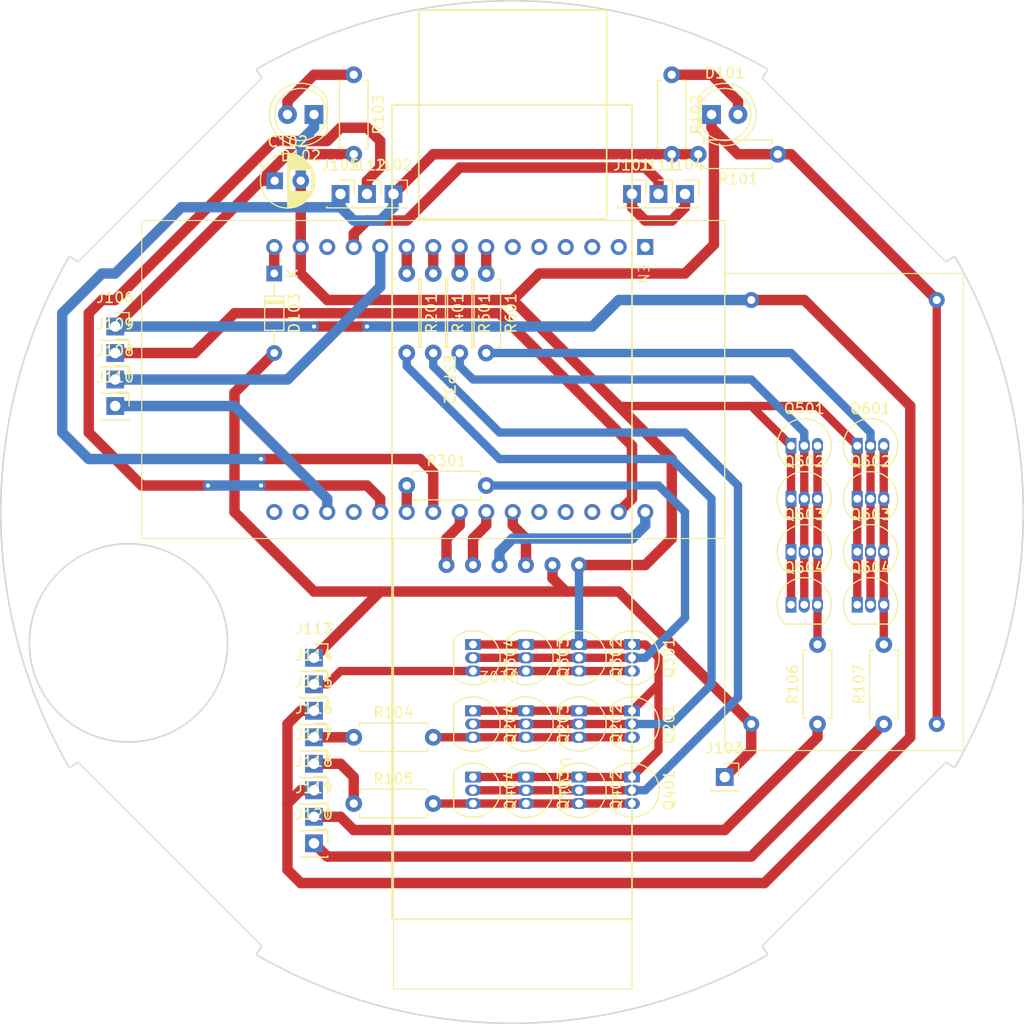
<source format=kicad_pcb>
(kicad_pcb (version 20221018) (generator pcbnew)
  (layers (0 "F.Cu" signal) (31 "B.Cu" signal) (34 "B.Paste" user) (35 "F.Paste" user) (36 "B.SilkS" user "B.Silkscreen") (37 "F.SilkS" user "F.Silkscreen") (38 "B.Mask" user) (39 "F.Mask" user) (44 "Edge.Cuts" user))
  (net 0 "")
  (net 1 "5V")
  (net 2 "GND")
  (net 3 "3.3V")
  (net 4 "Net-(D101-A)")
  (net 5 "Net-(D102-A)")
  (net 6 "Net-(D103-K)")
  (net 7 "Net-(J101-Pin_1)")
  (net 8 "Battery_In")
  (net 9 "Net-(J108-Pin_1)")
  (net 10 "Net-(J109-Pin_1)")
  (net 11 "Net-(J110-Pin_1)")
  (net 12 "CAPACITIVE_PIN1")
  (net 13 "CAPACITIVE_PIN2")
  (net 14 "/relay/OUT")
  (net 15 "Net-(J116-Pin_1)")
  (net 16 "Net-(J117-Pin_1)")
  (net 17 "Net-(J119-Pin_1)")
  (net 18 "Net-(J120-Pin_1)")
  (net 19 "Net-(Q201-B)")
  (net 20 "/relay1/OUT")
  (net 21 "Net-(Q301-B)")
  (net 22 "Net-(Q401-B)")
  (net 23 "/relay2/OUT")
  (net 24 "Net-(Q501-B)")
  (net 25 "/relay3/OUT")
  (net 26 "Net-(Q601-B)")
  (net 27 "/relay4/OUT")
  (net 28 "LED_PWM_PIN1")
  (net 29 "MOTOR_PWM_PIN")
  (net 30 "LED_PWM_PIN2")
  (net 31 "LED_PWM_PIN3")
  (net 32 "LED_PWM_PIN4")
  (net 33 "Net-(U102-CS)")
  (net 34 "Net-(U102-SCK)")
  (net 35 "Net-(U102-MOSI)")
  (net 36 "Net-(U102-MISO)")
  (footprint "Package_TO_SOT_THT:TO-92_Inline" (layer "F.Cu") (at 55.88 74.93 -90)
    (fp_text reference "Q402" (at 1.27 -3.56 90) (layer "F.SilkS"))
    (fp_text value "2N3904")
    (pad "1" thru_hole rect (at 0 0 270) (size 1.05 1.5) (drill 0.75) (layers "*.Cu" "*.Mask") (net 2 "GND"))
    (pad "2" thru_hole oval (at 1.27 0 270) (size 1.05 1.5) (drill 0.75) (layers "*.Cu" "*.Mask") (net 22 "Net-(Q401-B)"))
    (pad "3" thru_hole oval (at 2.54 0 270) (size 1.05 1.5) (drill 0.75) (layers "*.Cu" "*.Mask") (net 23 "/relay2/OUT"))
  )
  (footprint "Resistor_THT:R_Axial_DIN0207_L6.3mm_D2.5mm_P7.62mm_Horizontal" (layer "F.Cu") (at 64.77 7.62 -90)
    (fp_text reference "R102" (at 3.81 -2.37 -90) (layer "F.SilkS"))
    (fp_text value "330")
    (pad "1" thru_hole circle (at 0 0 270) (size 1.6 1.6) (drill 0.8) (layers "*.Cu" "*.Mask") (net 4 "Net-(D101-A)"))
    (pad "2" thru_hole oval (at 7.62 0 270) (size 1.6 1.6) (drill 0.8) (layers "*.Cu" "*.Mask") (net 8 "Battery_In"))
  )
  (footprint "Connector_PinSocket_2.54mm:PinSocket_1x01_P2.54mm_Vertical" (layer "F.Cu") (at 30.48 81.28)
    (fp_text reference "J120" (at 0 -2.77) (layer "F.SilkS"))
    (fp_text value "LED PWM 4- Socket")
    (pad "1" thru_hole rect (at 0 0) (size 1.7 1.7) (drill 1) (layers "*.Cu" "*.Mask") (net 18 "Net-(J120-Pin_1)"))
  )
  (footprint "Package_TO_SOT_THT:TO-92_Inline" (layer "F.Cu") (at 76.2 48.26)
    (fp_text reference "Q502" (at 1.27 -3.56) (layer "F.SilkS"))
    (fp_text value "2N3904")
    (pad "1" thru_hole rect (at 0 0) (size 1.05 1.5) (drill 0.75) (layers "*.Cu" "*.Mask") (net 2 "GND"))
    (pad "2" thru_hole oval (at 1.27 0) (size 1.05 1.5) (drill 0.75) (layers "*.Cu" "*.Mask") (net 24 "Net-(Q501-B)"))
    (pad "3" thru_hole oval (at 2.54 0) (size 1.05 1.5) (drill 0.75) (layers "*.Cu" "*.Mask") (net 25 "/relay3/OUT"))
  )
  (footprint "Resistor_THT:R_Axial_DIN0207_L6.3mm_D2.5mm_P7.62mm_Horizontal" (layer "F.Cu") (at 85.09 69.85 90)
    (fp_text reference "R107" (at 3.81 -2.37 90) (layer "F.SilkS"))
    (fp_text value "15")
    (pad "1" thru_hole circle (at 0 0 90) (size 1.6 1.6) (drill 0.8) (layers "*.Cu" "*.Mask") (net 18 "Net-(J120-Pin_1)"))
    (pad "2" thru_hole oval (at 7.62 0 90) (size 1.6 1.6) (drill 0.8) (layers "*.Cu" "*.Mask") (net 27 "/relay4/OUT"))
  )
  (footprint "Connector_PinSocket_2.54mm:PinSocket_1x01_P2.54mm_Vertical" (layer "F.Cu") (at 63.5 19.05)
    (fp_text reference "J111" (at 0 -2.77) (layer "F.SilkS"))
    (fp_text value "Change Song Capacitor Socket")
    (pad "1" thru_hole rect (at 0 0) (size 1.7 1.7) (drill 1) (layers "*.Cu" "*.Mask") (net 12 "CAPACITIVE_PIN1"))
  )
  (footprint "Package_TO_SOT_THT:TO-92_Inline" (layer "F.Cu") (at 76.2 43.18)
    (fp_text reference "Q501" (at 1.27 -3.56) (layer "F.SilkS"))
    (fp_text value "2N3904")
    (pad "1" thru_hole rect (at 0 0) (size 1.05 1.5) (drill 0.75) (layers "*.Cu" "*.Mask") (net 2 "GND"))
    (pad "2" thru_hole oval (at 1.27 0) (size 1.05 1.5) (drill 0.75) (layers "*.Cu" "*.Mask") (net 24 "Net-(Q501-B)"))
    (pad "3" thru_hole oval (at 2.54 0) (size 1.05 1.5) (drill 0.75) (layers "*.Cu" "*.Mask") (net 25 "/relay3/OUT"))
  )
  (footprint "Connector_PinSocket_2.54mm:PinSocket_1x01_P2.54mm_Vertical" (layer "F.Cu") (at 30.48 73.66)
    (fp_text reference "J117" (at 0 -2.77) (layer "F.SilkS"))
    (fp_text value "LED PWM 2- Socket")
    (pad "1" thru_hole rect (at 0 0) (size 1.7 1.7) (drill 1) (layers "*.Cu" "*.Mask") (net 16 "Net-(J117-Pin_1)"))
  )
  (footprint "Resistor_THT:R_Axial_DIN0207_L6.3mm_D2.5mm_P7.62mm_Horizontal" (layer "F.Cu") (at 44.45 26.67 -90)
    (fp_text reference "R501" (at 3.81 -2.37 -90) (layer "F.SilkS"))
    (fp_text value "10k")
    (pad "1" thru_hole circle (at 0 0 270) (size 1.6 1.6) (drill 0.8) (layers "*.Cu" "*.Mask") (net 31 "LED_PWM_PIN3"))
    (pad "2" thru_hole oval (at 7.62 0 270) (size 1.6 1.6) (drill 0.8) (layers "*.Cu" "*.Mask") (net 24 "Net-(Q501-B)"))
  )
  (footprint "Connector_PinSocket_2.54mm:PinSocket_1x01_P2.54mm_Vertical" (layer "F.Cu") (at 38.1 19.05)
    (fp_text reference "J102" (at 0 -2.77) (layer "F.SilkS"))
    (fp_text value "Power Sw Socket 2")
    (pad "1" thru_hole rect (at 0 0) (size 1.7 1.7) (drill 1) (layers "*.Cu" "*.Mask") (net 8 "Battery_In"))
  )
  (footprint "Package_TO_SOT_THT:TO-92_Inline" (layer "F.Cu") (at 82.55 48.26)
    (fp_text reference "Q602" (at 1.27 -3.56) (layer "F.SilkS"))
    (fp_text value "2N3904")
    (pad "1" thru_hole rect (at 0 0) (size 1.05 1.5) (drill 0.75) (layers "*.Cu" "*.Mask") (net 2 "GND"))
    (pad "2" thru_hole oval (at 1.27 0) (size 1.05 1.5) (drill 0.75) (layers "*.Cu" "*.Mask") (net 26 "Net-(Q601-B)"))
    (pad "3" thru_hole oval (at 2.54 0) (size 1.05 1.5) (drill 0.75) (layers "*.Cu" "*.Mask") (net 27 "/relay4/OUT"))
  )
  (footprint "Connector_PinSocket_2.54mm:PinSocket_1x01_P2.54mm_Vertical" (layer "F.Cu") (at 69.85 74.93)
    (fp_text reference "J103" (at 0 -2.77) (layer "F.SilkS"))
    (fp_text value "5V Bridge")
    (pad "1" thru_hole rect (at 0 0) (size 1.7 1.7) (drill 1) (layers "*.Cu" "*.Mask") (net 1 "5V"))
  )
  (footprint "Connector_PinSocket_2.54mm:PinSocket_1x01_P2.54mm_Vertical" (layer "F.Cu") (at 33.02 19.05)
    (fp_text reference "J105" (at 0 -2.77) (layer "F.SilkS"))
    (fp_text value "Power Sw 2 Bridge")
    (pad "1" thru_hole rect (at 0 0) (size 1.7 1.7) (drill 1) (layers "*.Cu" "*.Mask") (net 8 "Battery_In"))
  )
  (footprint "Connector_PinSocket_2.54mm:PinSocket_1x01_P2.54mm_Vertical" (layer "F.Cu") (at 30.48 66.04)
    (fp_text reference "J114" (at 0 -2.77) (layer "F.SilkS"))
    (fp_text value "Motor PWM- Socket")
    (pad "1" thru_hole rect (at 0 0) (size 1.7 1.7) (drill 1) (layers "*.Cu" "*.Mask") (net 14 "/relay/OUT"))
  )
  (footprint "Package_TO_SOT_THT:TO-92_Inline" (layer "F.Cu") (at 82.55 53.34)
    (fp_text reference "Q603" (at 1.27 -3.56) (layer "F.SilkS"))
    (fp_text value "2N3904")
    (pad "1" thru_hole rect (at 0 0) (size 1.05 1.5) (drill 0.75) (layers "*.Cu" "*.Mask") (net 2 "GND"))
    (pad "2" thru_hole oval (at 1.27 0) (size 1.05 1.5) (drill 0.75) (layers "*.Cu" "*.Mask") (net 26 "Net-(Q601-B)"))
    (pad "3" thru_hole oval (at 2.54 0) (size 1.05 1.5) (drill 0.75) (layers "*.Cu" "*.Mask") (net 27 "/relay4/OUT"))
  )
  (footprint "Package_TO_SOT_THT:TO-92_Inline" (layer "F.Cu") (at 50.8 62.23 -90)
    (fp_text reference "Q303" (at 1.27 -3.56 90) (layer "F.SilkS"))
    (fp_text value "2N3904")
    (pad "1" thru_hole rect (at 0 0 270) (size 1.05 1.5) (drill 0.75) (layers "*.Cu" "*.Mask") (net 2 "GND"))
    (pad "2" thru_hole oval (at 1.27 0 270) (size 1.05 1.5) (drill 0.75) (layers "*.Cu" "*.Mask") (net 21 "Net-(Q301-B)"))
    (pad "3" thru_hole oval (at 2.54 0 270) (size 1.05 1.5) (drill 0.75) (layers "*.Cu" "*.Mask") (net 14 "/relay/OUT"))
  )
  (footprint "Resistor_THT:R_Axial_DIN0207_L6.3mm_D2.5mm_P7.62mm_Horizontal" (layer "F.Cu") (at 46.99 26.67 -90)
    (fp_text reference "R601" (at 3.81 -2.37 -90) (layer "F.SilkS"))
    (fp_text value "10k")
    (pad "1" thru_hole circle (at 0 0 270) (size 1.6 1.6) (drill 0.8) (layers "*.Cu" "*.Mask") (net 32 "LED_PWM_PIN4"))
    (pad "2" thru_hole oval (at 7.62 0 270) (size 1.6 1.6) (drill 0.8) (layers "*.Cu" "*.Mask") (net 26 "Net-(Q601-B)"))
  )
  (footprint "Connector_PinSocket_2.54mm:PinSocket_1x01_P2.54mm_Vertical" (layer "F.Cu") (at 11.43 39.37)
    (fp_text reference "J110" (at 0 -2.77) (layer "F.SilkS"))
    (fp_text value "LRC Bridge")
    (pad "1" thru_hole rect (at 0 0) (size 1.7 1.7) (drill 1) (layers "*.Cu" "*.Mask") (net 11 "Net-(J110-Pin_1)"))
  )
  (footprint "Package_TO_SOT_THT:TO-92_Inline" (layer "F.Cu") (at 55.88 62.23 -90)
    (fp_text reference "Q302" (at 1.27 -3.56 90) (layer "F.SilkS"))
    (fp_text value "2N3904")
    (pad "1" thru_hole rect (at 0 0 270) (size 1.05 1.5) (drill 0.75) (layers "*.Cu" "*.Mask") (net 2 "GND"))
    (pad "2" thru_hole oval (at 1.27 0 270) (size 1.05 1.5) (drill 0.75) (layers "*.Cu" "*.Mask") (net 21 "Net-(Q301-B)"))
    (pad "3" thru_hole oval (at 2.54 0 270) (size 1.05 1.5) (drill 0.75) (layers "*.Cu" "*.Mask") (net 14 "/relay/OUT"))
  )
  (footprint "Package_TO_SOT_THT:TO-92_Inline" (layer "F.Cu") (at 50.8 68.58 -90)
    (fp_text reference "Q203" (at 1.27 -3.56 90) (layer "F.SilkS"))
    (fp_text value "2N3904")
    (pad "1" thru_hole rect (at 0 0 270) (size 1.05 1.5) (drill 0.75) (layers "*.Cu" "*.Mask") (net 2 "GND"))
    (pad "2" thru_hole oval (at 1.27 0 270) (size 1.05 1.5) (drill 0.75) (layers "*.Cu" "*.Mask") (net 19 "Net-(Q201-B)"))
    (pad "3" thru_hole oval (at 2.54 0 270) (size 1.05 1.5) (drill 0.75) (layers "*.Cu" "*.Mask") (net 20 "/relay1/OUT"))
  )
  (footprint "Resistor_THT:R_Axial_DIN0207_L6.3mm_D2.5mm_P7.62mm_Horizontal" (layer "F.Cu") (at 34.29 77.47)
    (fp_text reference "R105" (at 3.81 -2.37) (layer "F.SilkS"))
    (fp_text value "15")
    (pad "1" thru_hole circle (at 0 0) (size 1.6 1.6) (drill 0.8) (layers "*.Cu" "*.Mask") (net 16 "Net-(J117-Pin_1)"))
    (pad "2" thru_hole oval (at 7.62 0) (size 1.6 1.6) (drill 0.8) (layers "*.Cu" "*.Mask") (net 23 "/relay2/OUT"))
  )
  (footprint "Package_TO_SOT_THT:TO-92_Inline" (layer "F.Cu") (at 55.88 68.58 -90)
    (fp_text reference "Q202" (at 1.27 -3.56 90) (layer "F.SilkS"))
    (fp_text value "2N3904")
    (pad "1" thru_hole rect (at 0 0 270) (size 1.05 1.5) (drill 0.75) (layers "*.Cu" "*.Mask") (net 2 "GND"))
    (pad "2" thru_hole oval (at 1.27 0 270) (size 1.05 1.5) (drill 0.75) (layers "*.Cu" "*.Mask") (net 19 "Net-(Q201-B)"))
    (pad "3" thru_hole oval (at 2.54 0 270) (size 1.05 1.5) (drill 0.75) (layers "*.Cu" "*.Mask") (net 20 "/relay1/OUT"))
  )
  (footprint "Connector_PinSocket_2.54mm:PinSocket_1x01_P2.54mm_Vertical" (layer "F.Cu") (at 30.48 76.2)
    (fp_text reference "J118" (at 0 -2.77) (layer "F.SilkS"))
    (fp_text value "LED PWM 34+ Socket")
    (pad "1" thru_hole rect (at 0 0) (size 1.7 1.7) (drill 1) (layers "*.Cu" "*.Mask") (net 3 "3.3V"))
  )
  (footprint "Connector_PinSocket_2.54mm:PinSocket_1x01_P2.54mm_Vertical" (layer "F.Cu") (at 30.48 68.58)
    (fp_text reference "J115" (at 0 -2.77) (layer "F.SilkS"))
    (fp_text value "LED PWM 12+ Socket")
    (pad "1" thru_hole rect (at 0 0) (size 1.7 1.7) (drill 1) (layers "*.Cu" "*.Mask") (net 3 "3.3V"))
  )
  (footprint "Connector_PinSocket_2.54mm:PinSocket_1x01_P2.54mm_Vertical" (layer "F.Cu") (at 35.56 19.05)
    (fp_text reference "J112" (at 0 -2.77) (layer "F.SilkS"))
    (fp_text value "Change Shesi Capacitor Socket")
    (pad "1" thru_hole rect (at 0 0) (size 1.7 1.7) (drill 1) (layers "*.Cu" "*.Mask") (net 13 "CAPACITIVE_PIN2"))
  )
  (footprint "Package_TO_SOT_THT:TO-92_Inline" (layer "F.Cu") (at 82.55 43.18)
    (fp_text reference "Q601" (at 1.27 -3.56) (layer "F.SilkS"))
    (fp_text value "2N3904")
    (pad "1" thru_hole rect (at 0 0) (size 1.05 1.5) (drill 0.75) (layers "*.Cu" "*.Mask") (net 2 "GND"))
    (pad "2" thru_hole oval (at 1.27 0) (size 1.05 1.5) (drill 0.75) (layers "*.Cu" "*.Mask") (net 26 "Net-(Q601-B)"))
    (pad "3" thru_hole oval (at 2.54 0) (size 1.05 1.5) (drill 0.75) (layers "*.Cu" "*.Mask") (net 27 "/relay4/OUT"))
  )
  (footprint "Resistor_THT:R_Axial_DIN0207_L6.3mm_D2.5mm_P7.62mm_Horizontal" (layer "F.Cu") (at 74.93 15.24 180)
    (fp_text reference "R101" (at 3.81 -2.37 180) (layer "F.SilkS"))
    (fp_text value "10k")
    (pad "1" thru_hole circle (at 0 0 180) (size 1.6 1.6) (drill 0.8) (layers "*.Cu" "*.Mask") (net 2 "GND"))
    (pad "2" thru_hole oval (at 7.62 0 180) (size 1.6 1.6) (drill 0.8) (layers "*.Cu" "*.Mask") (net 8 "Battery_In"))
  )
  (footprint "Package_TO_SOT_THT:TO-92_Inline" (layer "F.Cu") (at 76.2 58.42)
    (fp_text reference "Q504" (at 1.27 -3.56) (layer "F.SilkS"))
    (fp_text value "2N3904")
    (pad "1" thru_hole rect (at 0 0) (size 1.05 1.5) (drill 0.75) (layers "*.Cu" "*.Mask") (net 2 "GND"))
    (pad "2" thru_hole oval (at 1.27 0) (size 1.05 1.5) (drill 0.75) (layers "*.Cu" "*.Mask") (net 24 "Net-(Q501-B)"))
    (pad "3" thru_hole oval (at 2.54 0) (size 1.05 1.5) (drill 0.75) (layers "*.Cu" "*.Mask") (net 25 "/relay3/OUT"))
  )
  (footprint "Resistor_THT:R_Axial_DIN0207_L6.3mm_D2.5mm_P7.62mm_Horizontal" (layer "F.Cu") (at 78.74 69.85 90)
    (fp_text reference "R106" (at 3.81 -2.37 90) (layer "F.SilkS"))
    (fp_text value "15")
    (pad "1" thru_hole circle (at 0 0 90) (size 1.6 1.6) (drill 0.8) (layers "*.Cu" "*.Mask") (net 17 "Net-(J119-Pin_1)"))
    (pad "2" thru_hole oval (at 7.62 0 90) (size 1.6 1.6) (drill 0.8) (layers "*.Cu" "*.Mask") (net 25 "/relay3/OUT"))
  )
  (footprint "Connector_PinSocket_2.54mm:PinSocket_1x01_P2.54mm_Vertical" (layer "F.Cu") (at 11.43 36.83)
    (fp_text reference "J108" (at 0 -2.77) (layer "F.SilkS"))
    (fp_text value "BCLK Bridge")
    (pad "1" thru_hole rect (at 0 0) (size 1.7 1.7) (drill 1) (layers "*.Cu" "*.Mask") (net 9 "Net-(J108-Pin_1)"))
  )
  (footprint "Connector_PinSocket_2.54mm:PinSocket_1x01_P2.54mm_Vertical" (layer "F.Cu") (at 11.43 31.75)
    (fp_text reference "J106" (at 0 -2.77) (layer "F.SilkS"))
    (fp_text value "3.3V Bridge")
    (pad "1" thru_hole rect (at 0 0) (size 1.7 1.7) (drill 1) (layers "*.Cu" "*.Mask") (net 3 "3.3V"))
  )
  (footprint "Connector_PinSocket_2.54mm:PinSocket_1x01_P2.54mm_Vertical" (layer "F.Cu") (at 66.04 19.05)
    (fp_text reference "J104" (at 0 -2.77) (layer "F.SilkS"))
    (fp_text value "Power Sw 1 Bridge")
    (pad "1" thru_hole rect (at 0 0) (size 1.7 1.7) (drill 1) (layers "*.Cu" "*.Mask") (net 7 "Net-(J101-Pin_1)"))
  )
  (footprint "Connector_PinSocket_2.54mm:PinSocket_1x01_P2.54mm_Vertical" (layer "F.Cu") (at 60.96 19.05)
    (fp_text reference "J101" (at 0 -2.77) (layer "F.SilkS"))
    (fp_text value "Power Sw Socket 1")
    (pad "1" thru_hole rect (at 0 0) (size 1.7 1.7) (drill 1) (layers "*.Cu" "*.Mask") (net 7 "Net-(J101-Pin_1)"))
  )
  (footprint "ESP32_30PIN:ESP32_30PIN" (layer "F.Cu") (at 44.45 36.83 -90)
    (fp_text reference "U103" hide)
    (fp_text value "ESP32" (at 0 1 -90 unlocked) (layer "F.SilkS"))
    (fp_text user "EN" (at -11.16 -17 -90 unlocked) (layer "F.SilkS") (effects (font (thickness 0.1)) (justify left bottom)))
    (pad "1" thru_hole rect (at -12.7 -17.78 270) (size 1.53 1.53) (drill 0.9) (layers "*.Cu" "*.Mask"))
    (pad "2" thru_hole circle (at -12.7 -15.24 270) (size 1.53 1.53) (drill 0.9) (layers "*.Cu" "*.Mask"))
    (pad "3" thru_hole circle (at -12.7 -12.7 270) (size 1.53 1.53) (drill 0.9) (layers "*.Cu" "*.Mask"))
    (pad "4" thru_hole circle (at -12.7 -10.16 270) (size 1.53 1.53) (drill 0.9) (layers "*.Cu" "*.Mask"))
    (pad "5" thru_hole circle (at -12.7 -7.62 270) (size 1.53 1.53) (drill 0.9) (layers "*.Cu" "*.Mask"))
    (pad "6" thru_hole circle (at -12.7 -5.08 270) (size 1.53 1.53) (drill 0.9) (layers "*.Cu" "*.Mask"))
    (pad "7" thru_hole circle (at -12.7 -2.54 270) (size 1.53 1.53) (drill 0.9) (layers "*.Cu" "*.Mask") (net 32 "LED_PWM_PIN4"))
    (pad "8" thru_hole circle (at -12.7 0 270) (size 1.53 1.53) (drill 0.9) (layers "*.Cu" "*.Mask") (net 31 "LED_PWM_PIN3"))
    (pad "9" thru_hole circle (at -12.7 2.54 270) (size 1.53 1.53) (drill 0.9) (layers "*.Cu" "*.Mask") (net 30 "LED_PWM_PIN2"))
    (pad "10" thru_hole circle (at -12.7 5.08 270) (size 1.53 1.53) (drill 0.9) (layers "*.Cu" "*.Mask") (net 28 "LED_PWM_PIN1"))
    (pad "11" thru_hole circle (at -12.7 7.62 270) (size 1.53 1.53) (drill 0.9) (layers "*.Cu" "*.Mask") (net 9 "Net-(J108-Pin_1)"))
    (pad "12" thru_hole circle (at -12.7 10.16 270) (size 1.53 1.53) (drill 0.9) (layers "*.Cu" "*.Mask") (net 12 "CAPACITIVE_PIN1"))
    (pad "13" thru_hole circle (at -12.7 12.7 270) (size 1.53 1.53) (drill 0.9) (layers "*.Cu" "*.Mask"))
    (pad "14" thru_hole circle (at -12.7 15.24 270) (size 1.53 1.53) (drill 0.9) (layers "*.Cu" "*.Mask") (net 2 "GND"))
    (pad "15" thru_hole circle (at -12.7 17.78 270) (size 1.53 1.53) (drill 0.9) (layers "*.Cu" "*.Mask") (net 6 "Net-(D103-K)"))
    (pad "16" thru_hole circle (at 12.7 17.78 270) (size 1.53 1.53) (drill 0.9) (layers "*.Cu" "*.Mask"))
    (pad "17" thru_hole circle (at 12.7 15.24 270) (size 1.53 1.53) (drill 0.9) (layers "*.Cu" "*.Mask"))
    (pad "18" thru_hole circle (at 12.7 12.7 270) (size 1.53 1.53) (drill 0.9) (layers "*.Cu" "*.Mask") (net 11 "Net-(J110-Pin_1)"))
    (pad "19" thru_hole circle (at 12.7 10.16 270) (size 1.53 1.53) (drill 0.9) (layers "*.Cu" "*.Mask"))
    (pad "20" thru_hole circle (at 12.7 7.62 270) (size 1.53 1.53) (drill 0.9) (layers "*.Cu" "*.Mask") (net 13 "CAPACITIVE_PIN2"))
    (pad "21" thru_hole circle (at 12.7 5.08 270) (size 1.53 1.53) (drill 0.9) (layers "*.Cu" "*.Mask") (net 29 "MOTOR_PWM_PIN"))
    (pad "22" thru_hole circle (at 12.7 2.54 270) (size 1.53 1.53) (drill 0.9) (layers "*.Cu" "*.Mask") (net 8 "Battery_In"))
    (pad "23" thru_hole circle (at 12.7 0 270) (size 1.53 1.53) (drill 0.9) (layers "*.Cu" "*.Mask") (net 33 "Net-(U102-CS)"))
    (pad "24" thru_hole circle (at 12.7 -2.54 270) (size 1.53 1.53) (drill 0.9) (layers "*.Cu" "*.Mask") (net 34 "Net-(U102-SCK)"))
    (pad "25" thru_hole circle (at 12.7 -5.08 270) (size 1.53 1.53) (drill 0.9) (layers "*.Cu" "*.Mask") (net 36 "Net-(U102-MISO)"))
    (pad "26" thru_hole circle (at 12.7 -7.62 270) (size 1.53 1.53) (drill 0.9) (layers "*.Cu" "*.Mask"))
    (pad "27" thru_hole circle (at 12.7 -10.16 270) (size 1.53 1.53) (drill 0.9) (layers "*.Cu" "*.Mask"))
    (pad "28" thru_hole circle (at 12.7 -12.7 270) (size 1.53 1.53) (drill 0.9) (layers "*.Cu" "*.Mask"))
    (pad "29" thru_hole circle (at 12.7 -15.24 270) (size 1.53 1.53) (drill 0.9) (layers "*.Cu" "*.Mask") (net 10 "Net-(J109-Pin_1)"))
    (pad "30" thru_hole circle (at 12.7 -17.78 270) (size 1.53 1.53) (drill 0.9) (layers "*.Cu" "*.Mask") (net 35 "Net-(U102-MOSI)"))
  )
  (footprint "Package_TO_SOT_THT:TO-92_Inline" (layer "F.Cu") (at 45.72 62.23 -90)
    (fp_text reference "Q304" (at 1.27 -3.56 90) (layer "F.SilkS"))
    (fp_text value "2N3904")
    (pad "1" thru_hole rect (at 0 0 270) (size 1.05 1.5) (drill 0.75) (layers "*.Cu" "*.Mask") (net 2 "GND"))
    (pad "2" thru_hole oval (at 1.27 0 270) (size 1.05 1.5) (drill 0.75) (layers "*.Cu" "*.Mask") (net 21 "Net-(Q301-B)"))
    (pad "3" thru_hole oval (at 2.54 0 270) (size 1.05 1.5) (drill 0.75) (layers "*.Cu" "*.Mask") (net 14 "/relay/OUT"))
  )
  (footprint "LED_THT:LED_D5.0mm" (layer "F.Cu") (at 68.58 11.43)
    (fp_text reference "D101" (at 1.27 -3.96) (layer "F.SilkS"))
    (fp_text value "LED")
    (pad "1" thru_hole rect (at 0 0) (size 1.8 1.8) (drill 0.9) (layers "*.Cu" "*.Mask") (net 2 "GND"))
    (pad "2" thru_hole circle (at 2.54 0) (size 1.8 1.8) (drill 0.9) (layers "*.Cu" "*.Mask") (net 4 "Net-(D101-A)"))
  )
  (footprint "Package_TO_SOT_THT:TO-92_Inline" (layer "F.Cu") (at 60.96 74.93 -90)
    (fp_text reference "Q401" (at 1.27 -3.56 90) (layer "F.SilkS"))
    (fp_text value "2N3904")
    (pad "1" thru_hole rect (at 0 0 270) (size 1.05 1.5) (drill 0.75) (layers "*.Cu" "*.Mask") (net 2 "GND"))
    (pad "2" thru_hole oval (at 1.27 0 270) (size 1.05 1.5) (drill 0.75) (layers "*.Cu" "*.Mask") (net 22 "Net-(Q401-B)"))
    (pad "3" thru_hole oval (at 2.54 0 270) (size 1.05 1.5) (drill 0.75) (layers "*.Cu" "*.Mask") (net 23 "/relay2/OUT"))
  )
  (footprint "Package_TO_SOT_THT:TO-92_Inline" (layer "F.Cu") (at 60.96 68.58 -90)
    (fp_text reference "Q201" (at 1.27 -3.56 90) (layer "F.SilkS"))
    (fp_text value "2N3904")
    (pad "1" thru_hole rect (at 0 0 270) (size 1.05 1.5) (drill 0.75) (layers "*.Cu" "*.Mask") (net 2 "GND"))
    (pad "2" thru_hole oval (at 1.27 0 270) (size 1.05 1.5) (drill 0.75) (layers "*.Cu" "*.Mask") (net 19 "Net-(Q201-B)"))
    (pad "3" thru_hole oval (at 2.54 0 270) (size 1.05 1.5) (drill 0.75) (layers "*.Cu" "*.Mask") (net 20 "/relay1/OUT"))
  )
  (footprint "Package_TO_SOT_THT:TO-92_Inline" (layer "F.Cu") (at 60.96 62.23 -90)
    (fp_text reference "Q301" (at 1.27 -3.56 90) (layer "F.SilkS"))
    (fp_text value "2N3904")
    (pad "1" thru_hole rect (at 0 0 270) (size 1.05 1.5) (drill 0.75) (layers "*.Cu" "*.Mask") (net 2 "GND"))
    (pad "2" thru_hole oval (at 1.27 0 270) (size 1.05 1.5) (drill 0.75) (layers "*.Cu" "*.Mask") (net 21 "Net-(Q301-B)"))
    (pad "3" thru_hole oval (at 2.54 0 270) (size 1.05 1.5) (drill 0.75) (layers "*.Cu" "*.Mask") (net 14 "/relay/OUT"))
  )
  (footprint "LED_THT:LED_D5.0mm" (layer "F.Cu") (at 30.48 11.43 180)
    (fp_text reference "D102" (at 1.27 -3.96) (layer "F.SilkS"))
    (fp_text value "LED")
    (pad "1" thru_hole rect (at 0 0 180) (size 1.8 1.8) (drill 0.9) (layers "*.Cu" "*.Mask") (net 2 "GND"))
    (pad "2" thru_hole circle (at 2.54 0 180) (size 1.8 1.8) (drill 0.9) (layers "*.Cu" "*.Mask") (net 5 "Net-(D102-A)"))
  )
  (footprint "Capacitor_THT:CP_Radial_D5.0mm_P2.50mm" (layer "F.Cu") (at 26.71 17.78)
    (fp_text reference "C102" (at 1.25 -3.75) (layer "F.SilkS"))
    (fp_text value "C")
    (pad "1" thru_hole rect (at 0 0) (size 1.6 1.6) (drill 0.8) (layers "*.Cu" "*.Mask") (net 3 "3.3V"))
    (pad "2" thru_hole circle (at 2.5 0) (size 1.6 1.6) (drill 0.8) (layers "*.Cu" "*.Mask") (net 2 "GND"))
  )
  (footprint "Diode_THT:D_DO-34_SOD68_P7.62mm_Horizontal" (layer "F.Cu") (at 26.67 26.665 -90)
    (fp_text reference "D103" (at 3.81 -1.92 90) (layer "F.SilkS"))
    (fp_text value "D")
    (fp_text user "K" (at 0 -1.75 90) (layer "F.SilkS"))
    (pad "1" thru_hole rect (at 0 0 270) (size 1.5 1.5) (drill 0.75) (layers "*.Cu" "*.Mask") (net 6 "Net-(D103-K)"))
    (pad "2" thru_hole oval (at 7.62 0 270) (size 1.5 1.5) (drill 0.75) (layers "*.Cu" "*.Mask") (net 1 "5V"))
  )
  (footprint "Package_TO_SOT_THT:TO-92_Inline" (layer "F.Cu") (at 50.8 74.93 -90)
    (fp_text reference "Q403" (at 1.27 -3.56 90) (layer "F.SilkS"))
    (fp_text value "2N3904")
    (pad "1" thru_hole rect (at 0 0 270) (size 1.05 1.5) (drill 0.75) (layers "*.Cu" "*.Mask") (net 2 "GND"))
    (pad "2" thru_hole oval (at 1.27 0 270) (size 1.05 1.5) (drill 0.75) (layers "*.Cu" "*.Mask") (net 22 "Net-(Q401-B)"))
    (pad "3" thru_hole oval (at 2.54 0 270) (size 1.05 1.5) (drill 0.75) (layers "*.Cu" "*.Mask") (net 23 "/relay2/OUT"))
  )
  (footprint "Package_TO_SOT_THT:TO-92_Inline" (layer "F.Cu") (at 76.2 53.34)
    (fp_text reference "Q503" (at 1.27 -3.56) (layer "F.SilkS"))
    (fp_text value "2N3904")
    (pad "1" thru_hole rect (at 0 0) (size 1.05 1.5) (drill 0.75) (layers "*.Cu" "*.Mask") (net 2 "GND"))
    (pad "2" thru_hole oval (at 1.27 0) (size 1.05 1.5) (drill 0.75) (layers "*.Cu" "*.Mask") (net 24 "Net-(Q501-B)"))
    (pad "3" thru_hole oval (at 2.54 0) (size 1.05 1.5) (drill 0.75) (layers "*.Cu" "*.Mask") (net 25 "/relay3/OUT"))
  )
  (footprint "LM2596:LM2596" (layer "F.Cu") (at 82.55 49.53 90)
    (fp_text reference "U101" (at -25.4 -27.94 270 unlocked) (layer "F.SilkS") (effects (font (thickness 0.1))))
    (fp_text value "LM2596")
    (pad "1" thru_hole circle (at -20.32 -10.16 90) (size 1.524 1.524) (drill 0.762) (layers "*.Cu" "*.Mask") (net 1 "5V"))
    (pad "2" thru_hole circle (at -20.32 7.62 90) (size 1.524 1.524) (drill 0.762) (layers "*.Cu" "*.Mask") (net 2 "GND"))
    (pad "3" thru_hole circle (at 20.32 -10.16 90) (size 1.524 1.524) (drill 0.762) (layers "*.Cu" "*.Mask") (net 3 "3.3V"))
    (pad "4" thru_hole circle (at 20.32 7.62 90) (size 1.524 1.524) (drill 0.762) (layers "*.Cu" "*.Mask") (net 2 "GND"))
  )
  (footprint "Resistor_THT:R_Axial_DIN0207_L6.3mm_D2.5mm_P7.62mm_Horizontal" (layer "F.Cu") (at 39.37 46.99)
    (fp_text reference "R301" (at 3.81 -2.37) (layer "F.SilkS"))
    (fp_text value "10k")
    (pad "1" thru_hole circle (at 0 0) (size 1.6 1.6) (drill 0.8) (layers "*.Cu" "*.Mask") (net 29 "MOTOR_PWM_PIN"))
    (pad "2" thru_hole oval (at 7.62 0) (size 1.6 1.6) (drill 0.8) (layers "*.Cu" "*.Mask") (net 21 "Net-(Q301-B)"))
  )
  (footprint "Connector_PinSocket_2.54mm:PinSocket_1x01_P2.54mm_Vertical" (layer "F.Cu") (at 30.48 71.12)
    (fp_text reference "J116" (at 0 -2.77) (layer "F.SilkS"))
    (fp_text value "LED PWM 1- Socket")
    (pad "1" thru_hole rect (at 0 0) (size 1.7 1.7) (drill 1) (layers "*.Cu" "*.Mask") (net 15 "Net-(J116-Pin_1)"))
  )
  (footprint "Resistor_THT:R_Axial_DIN0207_L6.3mm_D2.5mm_P7.62mm_Horizontal" (layer "F.Cu") (at 41.91 26.67 -90)
    (fp_text reference "R401" (at 3.81 -2.37 -90) (layer "F.SilkS"))
    (fp_text value "10k")
    (pad "1" thru_hole circle (at 0 0 270) (size 1.6 1.6) (drill 0.8) (layers "*.Cu" "*.Mask") (net 30 "LED_PWM_PIN2"))
    (pad "2" thru_hole oval (at 7.62 0 270) (size 1.6 1.6) (drill 0.8) (layers "*.Cu" "*.Mask") (net 22 "Net-(Q401-B)"))
  )
  (footprint "Connector_PinSocket_2.54mm:PinSocket_1x01_P2.54mm_Vertical" (layer "F.Cu") (at 30.48 78.74)
    (fp_text reference "J119" (at 0 -2.77) (layer "F.SilkS"))
    (fp_text value "LED PWM 3- Socket")
    (pad "1" thru_hole rect (at 0 0) (size 1.7 1.7) (drill 1) (layers "*.Cu" "*.Mask") (net 17 "Net-(J119-Pin_1)"))
  )
  (footprint "SD_Adapter:SD_Adapter" (layer "F.Cu") (at 50.8 64.77 180)
    (fp_text reference "U102" (at 2.54 -0.5 180 unlocked) (layer "F.SilkS") (effects (font (thickness 0.1))))
    (fp_text value "SD_adapter")
    (pad "1" thru_hole circle (at 7.62 10.16 180) (size 1.524 1.524) (drill 0.762) (layers "*.Cu" "*.Mask") (net 33 "Net-(U102-CS)"))
    (pad "2" thru_hole circle (at 5.08 10.16 180) (size 1.524 1.524) (drill 0.762) (layers "*.Cu" "*.Mask") (net 34 "Net-(U102-SCK)"))
    (pad "3" thru_hole circle (at 2.54 10.16 180) (size 1.524 1.524) (drill 0.762) (layers "*.Cu" "*.Mask") (net 35 "Net-(U102-MOSI)"))
    (pad "4" thru_hole circle (at 0 10.16 180) (size 1.524 1.524) (drill 0.762) (layers "*.Cu" "*.Mask") (net 36 "Net-(U102-MISO)"))
    (pad "5" thru_hole circle (at -2.54 10.16 180) (size 1.524 1.524) (drill 0.762) (layers "*.Cu" "*.Mask") (net 1 "5V"))
    (pad "6" thru_hole circle (at -5.08 10.16 180) (size 1.524 1.524) (drill 0.762) (layers "*.Cu" "*.Mask") (net 2 "GND"))
  )
  (footprint "Resistor_THT:R_Axial_DIN0207_L6.3mm_D2.5mm_P7.62mm_Horizontal" (layer "F.Cu") (at 39.37 26.67 -90)
    (fp_text reference "R201" (at 3.81 -2.37 -90) (layer "F.SilkS"))
    (fp_text value "10k")
    (pad "1" thru_hole circle (at 0 0 270) (size 1.6 1.6) (drill 0.8) (layers "*.Cu" "*.Mask") (net 28 "LED_PWM_PIN1"))
    (pad "2" thru_hole oval (at 7.62 0 270) (size 1.6 1.6) (drill 0.8) (layers "*.Cu" "*.Mask") (net 19 "Net-(Q201-B)"))
  )
  (footprint "Connector_PinSocket_2.54mm:PinSocket_1x01_P2.54mm_Vertical" (layer "F.Cu") (at 30.48 63.5)
    (fp_text reference "J113" (at 0 -2.77) (layer "F.SilkS"))
    (fp_text value "Motor PWM+ Socket")
    (pad "1" thru_hole rect (at 0 0) (size 1.7 1.7) (drill 1) (layers "*.Cu" "*.Mask") (net 1 "5V"))
  )
  (footprint "Resistor_THT:R_Axial_DIN0207_L6.3mm_D2.5mm_P7.62mm_Horizontal" (layer "F.Cu") (at 34.29 7.62 -90)
    (fp_text reference "R103" (at 3.81 -2.37 -90) (layer "F.SilkS"))
    (fp_text value "220")
    (pad "1" thru_hole circle (at 0 0 270) (size 1.6 1.6) (drill 0.8) (layers "*.Cu" "*.Mask") (net 5 "Net-(D102-A)"))
    (pad "2" thru_hole oval (at 7.62 0 270) (size 1.6 1.6) (drill 0.8) (layers "*.Cu" "*.Mask") (net 3 "3.3V"))
  )
  (footprint "Package_TO_SOT_THT:TO-92_Inline" (layer "F.Cu") (at 45.72 74.93 -90)
    (fp_text reference "Q404" (at 1.27 -3.56 90) (layer "F.SilkS"))
    (fp_text value "2N3904")
    (pad "1" thru_hole rect (at 0 0 270) (size 1.05 1.5) (drill 0.75) (layers "*.Cu" "*.Mask") (net 2 "GND"))
    (pad "2" thru_hole oval (at 1.27 0 270) (size 1.05 1.5) (drill 0.75) (layers "*.Cu" "*.Mask") (net 22 "Net-(Q401-B)"))
    (pad "3" thru_hole oval (at 2.54 0 270) (size 1.05 1.5) (drill 0.75) (layers "*.Cu" "*.Mask") (net 23 "/relay2/OUT"))
  )
  (footprint "Resistor_THT:R_Axial_DIN0207_L6.3mm_D2.5mm_P7.62mm_Horizontal" (layer "F.Cu") (at 34.29 71.12)
    (fp_text reference "R104" (at 3.81 -2.37) (layer "F.SilkS"))
    (fp_text value "15")
    (pad "1" thru_hole circle (at 0 0) (size 1.6 1.6) (drill 0.8) (layers "*.Cu" "*.Mask") (net 15 "Net-(J116-Pin_1)"))
    (pad "2" thru_hole oval (at 7.62 0) (size 1.6 1.6) (drill 0.8) (layers "*.Cu" "*.Mask") (net 20 "/relay1/OUT"))
  )
  (footprint "Package_TO_SOT_THT:TO-92_Inline" (layer "F.Cu") (at 82.55 58.42)
    (fp_text reference "Q604" (at 1.27 -3.56) (layer "F.SilkS"))
    (fp_text value "2N3904")
    (pad "1" thru_hole rect (at 0 0) (size 1.05 1.5) (drill 0.75) (layers "*.Cu" "*.Mask") (net 2 "GND"))
    (pad "2" thru_hole oval (at 1.27 0) (size 1.05 1.5) (drill 0.75) (layers "*.Cu" "*.Mask") (net 26 "Net-(Q601-B)"))
    (pad "3" thru_hole oval (at 2.54 0) (size 1.05 1.5) (drill 0.75) (layers "*.Cu" "*.Mask") (net 27 "/relay4/OUT"))
  )
  (footprint "Connector_PinSocket_2.54mm:PinSocket_1x01_P2.54mm_Vertical" (layer "F.Cu") (at 11.43 34.29)
    (fp_text reference "J109" (at 0 -2.77) (layer "F.SilkS"))
    (fp_text value "DIN Bridge")
    (pad "1" thru_hole rect (at 0 0) (size 1.7 1.7) (drill 1) (layers "*.Cu" "*.Mask") (net 10 "Net-(J109-Pin_1)"))
  )
  (footprint "Package_TO_SOT_THT:TO-92_Inline" (layer "F.Cu") (at 45.72 68.58 -90)
    (fp_text reference "Q204" (at 1.27 -3.56 90) (layer "F.SilkS"))
    (fp_text value "2N3904")
    (pad "1" thru_hole rect (at 0 0 270) (size 1.05 1.5) (drill 0.75) (layers "*.Cu" "*.Mask") (net 2 "GND"))
    (pad "2" thru_hole oval (at 1.27 0 270) (size 1.05 1.5) (drill 0.75) (layers "*.Cu" "*.Mask") (net 19 "Net-(Q201-B)"))
    (pad "3" thru_hole oval (at 2.54 0 270) (size 1.05 1.5) (drill 0.75) (layers "*.Cu" "*.Mask") (net 20 "/relay1/OUT"))
  )
  (gr_line (start 37.96 88.53) (end 60.96 88.53) (stroke (width 0.15)) (layer "F.SilkS"))
  (gr_rect (start 40.53 1.43) (end 58.53 21.43) (stroke (width 0.15)) (fill none) (layer "F.SilkS"))
  (gr_line (start 37.96 10.53) (end 37.96 88.53) (stroke (width 0.15)) (layer "F.SilkS"))
  (gr_line (start 60.96 10.53) (end 60.96 88.53) (stroke (width 0.15)) (layer "F.SilkS"))
  (gr_line (start 37.96 10.53) (end 60.96 10.53) (stroke (width 0.15)) (layer "F.SilkS"))
  (gr_line (start 91.895 74.03) (end 91.029 73.53) (stroke (width 0.15)) (layer "Edge.Cuts"))
  (gr_circle (center 12.7 62.07) (end 22.2 62.07) (stroke (width 0.15)) (fill none) (layer "Edge.Cuts"))
  (gr_line (start 24.96 7.095) (end 25.46 7.961) (stroke (width 0.15)) (layer "Edge.Cuts"))
  (gr_line (start 7.025 25.03) (end 7.891 25.53) (stroke (width 0.15)) (layer "Edge.Cuts"))
  (gr_line (start 91.029 25.53) (end 91.895 25.03) (stroke (width 0.15)) (layer "Edge.Cuts"))
  (gr_line (start 73.96 7.095) (end 73.46 7.961) (stroke (width 0.15)) (layer "Edge.Cuts"))
  (gr_line (start 73.46 7.961) (end 91.029 25.53) (stroke (width 0.15)) (layer "Edge.Cuts"))
  (gr_arc (start 7.025 74.03) (mid 0.460244 49.53) (end 7.025 25.03) (stroke (width 0.15)) (layer "Edge.Cuts"))
  (gr_line (start 24.96 91.965) (end 25.46 91.099) (stroke (width 0.15)) (layer "Edge.Cuts"))
  (gr_arc (start 24.96 7.095) (mid 49.46 0.530245) (end 73.96 7.095) (stroke (width 0.15)) (layer "Edge.Cuts"))
  (gr_arc (start 91.895 25.03) (mid 98.459755 49.53) (end 91.895 74.03) (stroke (width 0.15)) (layer "Edge.Cuts"))
  (gr_line (start 25.46 91.099) (end 7.891 73.53) (stroke (width 0.15)) (layer "Edge.Cuts"))
  (gr_line (start 91.029 73.53) (end 73.46 91.099) (stroke (width 0.15)) (layer "Edge.Cuts"))
  (gr_arc (start 73.96 91.965) (mid 49.46 98.529755) (end 24.96 91.965) (stroke (width 0.15)) (layer "Edge.Cuts"))
  (gr_line (start 7.891 73.53) (end 7.025 74.03) (stroke (width 0.15)) (layer "Edge.Cuts"))
  (gr_line (start 25.46 7.961) (end 7.891 25.53) (stroke (width 0.15)) (layer "Edge.Cuts"))
  (gr_line (start 73.46 91.099) (end 73.96 91.965) (stroke (width 0.15)) (layer "Edge.Cuts"))
  (segment (start 30.48 57.15) (end 36.83 57.15) (width 1) (layer "F.Cu") (net 1))
  (segment (start 72.39 72.39) (end 69.85 74.93) (width 1) (layer "F.Cu") (net 1))
  (segment (start 72.39 69.85) (end 72.39 72.39) (width 1) (layer "F.Cu") (net 1))
  (segment (start 59.69 57.15) (end 54.61 57.15) (width 1) (layer "F.Cu") (net 1))
  (segment (start 22.86 49.53) (end 22.86 38.095) (width 1) (layer "F.Cu") (net 1))
  (segment (start 72.39 69.85) (end 59.69 57.15) (width 1) (layer "F.Cu") (net 1))
  (segment (start 30.48 63.5) (end 36.83 57.15) (width 1) (layer "F.Cu") (net 1))
  (segment (start 22.86 38.095) (end 26.67 34.285) (width 1) (layer "F.Cu") (net 1))
  (segment (start 30.48 57.15) (end 22.86 49.53) (width 1) (layer "F.Cu") (net 1))
  (segment (start 54.61 57.15) (end 36.83 57.15) (width 1) (layer "F.Cu") (net 1))
  (segment (start 53.34 55.88) (end 53.34 54.61) (width 1) (layer "F.Cu") (net 1))
  (segment (start 54.61 57.15) (end 53.34 55.88) (width 1) (layer "F.Cu") (net 1))
  (segment (start 74.93 15.24) (end 76.2 15.24) (width 1) (layer "F.Cu") (net 2))
  (segment (start 60.96 62.23) (end 45.72 62.23) (width 0.8) (layer "F.Cu") (net 2))
  (segment (start 68.81 23.9) (end 68.81 12.93) (width 1) (layer "F.Cu") (net 2))
  (segment (start 49.53 29.21) (end 52.07 26.67) (width 1) (layer "F.Cu") (net 2))
  (segment (start 63.5 66.04) (end 63.5 72.39) (width 0.8) (layer "F.Cu") (net 2))
  (segment (start 60.96 62.23) (end 62.23 62.23) (width 0.8) (layer "F.Cu") (net 2))
  (segment (start 60.96 74.93) (end 63.5 72.39) (width 0.8) (layer "F.Cu") (net 2))
  (segment (start 60.96 68.58) (end 63.5 66.04) (width 0.8) (layer "F.Cu") (net 2))
  (segment (start 76.2 43.18) (end 72.39 39.37) (width 0.8) (layer "F.Cu") (net 2))
  (segment (start 68.58 12.7) (end 71.12 15.24) (width 1) (layer "F.Cu") (net 2))
  (segment (start 29.21 24.13) (end 29.21 26.67) (width 1) (layer "F.Cu") (net 2))
  (segment (start 60.96 68.58) (end 45.72 68.58) (width 0.8) (layer "F.Cu") (net 2))
  (segment (start 90.17 29.21) (end 90.17 69.85) (width 0.8) (layer "F.Cu") (net 2))
  (segment (start 62.23 62.23) (end 63.5 63.5) (width 0.8) (layer "F.Cu") (net 2))
  (segment (start 68.81 12.93) (end 68.58 12.7) (width 1) (layer "F.Cu") (net 2))
  (segment (start 62.23 54.61) (end 64.77 52.07) (width 1) (layer "F.Cu") (net 2))
  (segment (start 76.2 58.42) (end 76.2 43.18) (width 0.8) (layer "F.Cu") (net 2))
  (segment (start 71.12 15.24) (end 74.93 15.24) (width 1) (layer "F.Cu") (net 2))
  (segment (start 68.58 11.43) (end 68.58 12.7) (width 1) (layer "F.Cu") (net 2))
  (segment (start 64.77 52.07) (end 64.77 44.45) (width 1) (layer "F.Cu") (net 2))
  (segment (start 63.5 63.5) (end 63.5 66.04) (width 0.8) (layer "F.Cu") (net 2))
  (segment (start 66.04 26.67) (end 68.81 23.9) (width 1) (layer "F.Cu") (net 2))
  (segment (start 78.74 39.37) (end 72.39 39.37) (width 0.8) (layer "F.Cu") (net 2))
  (segment (start 55.88 54.61) (end 62.23 54.61) (width 1) (layer "F.Cu") (net 2))
  (segment (start 31.75 29.21) (end 49.53 29.21) (width 1) (layer "F.Cu") (net 2))
  (segment (start 29.21 26.67) (end 31.75 29.21) (width 1) (layer "F.Cu") (net 2))
  (segment (start 59.69 39.37) (end 64.77 44.45) (width 1) (layer "F.Cu") (net 2))
  (segment (start 76.2 15.24) (end 90.17 29.21) (width 1) (layer "F.Cu") (net 2))
  (segment (start 82.55 43.18) (end 78.74 39.37) (width 0.8) (layer "F.Cu") (net 2))
  (segment (start 72.39 39.37) (end 59.69 39.37) (width 0.8) (layer "F.Cu") (net 2))
  (segment (start 49.53 29.21) (end 59.69 39.37) (width 1) (layer "F.Cu") (net 2))
  (segment (start 82.55 58.42) (end 82.55 43.18) (width 0.8) (layer "F.Cu") (net 2))
  (segment (start 60.96 74.93) (end 45.72 74.93) (width 0.8) (layer "F.Cu") (net 2))
  (segment (start 29.21 17.78) (end 29.21 24.13) (width 1) (layer "F.Cu") (net 2))
  (segment (start 52.07 26.67) (end 66.04 26.67) (width 1) (layer "F.Cu") (net 2))
  (segment (start 55.88 54.61) (end 55.88 62.23) (width 0.8) (layer "B.Cu") (net 2))
  (segment (start 30.48 11.43) (end 30.48 12.7) (width 1) (layer "B.Cu") (net 2))
  (segment (start 30.48 12.7) (end 29.21 13.97) (width 1) (layer "B.Cu") (net 2))
  (segment (start 29.21 13.97) (end 29.21 17.78) (width 1) (layer "B.Cu") (net 2))
  (segment (start 29.21 68.58) (end 30.48 68.58) (width 1) (layer "F.Cu") (net 3))
  (segment (start 27.94 83.82) (end 27.94 77.47) (width 1) (layer "F.Cu") (net 3))
  (segment (start 77.47 29.21) (end 87.63 39.37) (width 1) (layer "F.Cu") (net 3))
  (segment (start 72.39 29.21) (end 77.47 29.21) (width 1) (layer "F.Cu") (net 3))
  (segment (start 25.4 17.78) (end 27.94 15.24) (width 1) (layer "F.Cu") (net 3))
  (segment (start 29.21 85.09) (end 27.94 83.82) (width 1) (layer "F.Cu") (net 3))
  (segment (start 26.71 17.78) (end 25.4 17.78) (width 1) (layer "F.Cu") (net 3))
  (segment (start 11.43 31.75) (end 25.4 17.78) (width 1) (layer "F.Cu") (net 3))
  (segment (start 29.21 76.2) (end 30.48 76.2) (width 1) (layer "F.Cu") (net 3))
  (segment (start 27.94 77.47) (end 27.94 69.85) (width 1) (layer "F.Cu") (net 3))
  (segment (start 87.63 39.37) (end 87.63 71.12) (width 1) (layer "F.Cu") (net 3))
  (segment (start 27.94 15.24) (end 34.29 15.24) (width 1) (layer "F.Cu") (net 3))
  (segment (start 27.94 77.47) (end 29.21 76.2) (width 1) (layer "F.Cu") (net 3))
  (segment (start 87.63 71.12) (end 73.66 85.09) (width 1) (layer "F.Cu") (net 3))
  (segment (start 30.48 31.75) (end 35.56 31.75) (width 1) (layer "F.Cu") (net 3))
  (segment (start 27.94 69.85) (end 29.21 68.58) (width 1) (layer "F.Cu") (net 3))
  (segment (start 73.66 85.09) (end 29.21 85.09) (width 1) (layer "F.Cu") (net 3))
  (via (at 30.48 31.75) (size 0.8) (drill 0.4) (layers "F.Cu" "B.Cu") (net 3))
  (via (at 35.56 31.75) (size 0.8) (drill 0.4) (layers "F.Cu" "B.Cu") (net 3))
  (segment (start 72.39 29.21) (end 59.69 29.21) (width 1) (layer "B.Cu") (net 3))
  (segment (start 59.69 29.21) (end 57.15 31.75) (width 1) (layer "B.Cu") (net 3))
  (segment (start 35.56 31.75) (end 57.15 31.75) (width 1) (layer "B.Cu") (net 3))
  (segment (start 11.43 31.75) (end 30.48 31.75) (width 1) (layer "B.Cu") (net 3))
  (segment (start 68.58 7.62) (end 71.12 10.16) (width 1) (layer "F.Cu") (net 4))
  (segment (start 71.12 10.16) (end 71.12 11.43) (width 1) (layer "F.Cu") (net 4))
  (segment (start 64.77 7.62) (end 68.58 7.62) (width 1) (layer "F.Cu") (net 4))
  (segment (start 30.48 7.62) (end 27.94 10.16) (width 1) (layer "F.Cu") (net 5))
  (segment (start 30.48 7.62) (end 34.29 7.62) (width 1) (layer "F.Cu") (net 5))
  (segment (start 27.94 10.16) (end 27.94 11.43) (width 1) (layer "F.Cu") (net 5))
  (segment (start 26.67 24.13) (end 26.67 26.665) (width 1) (layer "F.Cu") (net 6))
  (segment (start 66.04 20.32) (end 66.04 19.05) (width 1) (layer "F.Cu") (net 7))
  (segment (start 60.96 20.32) (end 62.23 21.59) (width 1) (layer "F.Cu") (net 7))
  (segment (start 62.23 21.59) (end 64.77 21.59) (width 1) (layer "F.Cu") (net 7))
  (segment (start 60.96 19.05) (end 60.96 20.32) (width 1) (layer "F.Cu") (net 7))
  (segment (start 64.77 21.59) (end 66.04 20.32) (width 1) (layer "F.Cu") (net 7))
  (segment (start 67.31 15.24) (end 64.77 15.24) (width 1) (layer "F.Cu") (net 8))
  (segment (start 41.91 45.72) (end 41.91 49.53) (width 1) (layer "F.Cu") (net 8))
  (segment (start 41.91 15.24) (end 38.1 19.05) (width 1) (layer "F.Cu") (net 8))
  (segment (start 40.64 44.45) (end 41.91 45.72) (width 1) (layer "F.Cu") (net 8))
  (segment (start 64.77 15.24) (end 41.91 15.24) (width 1) (layer "F.Cu") (net 8))
  (segment (start 25.4 44.45) (end 40.64 44.45) (width 1) (layer "F.Cu") (net 8))
  (via (at 25.4 44.45) (size 0.8) (drill 0.4) (layers "F.Cu" "B.Cu") (net 8))
  (segment (start 6.35 30.48) (end 6.35 41.91) (width 1) (layer "B.Cu") (net 8))
  (segment (start 36.83 21.59) (end 34.29 21.59) (width 1) (layer "B.Cu") (net 8))
  (segment (start 6.35 41.91) (end 8.89 44.45) (width 1) (layer "B.Cu") (net 8))
  (segment (start 11.43 26.67) (end 10.16 26.67) (width 1) (layer "B.Cu") (net 8))
  (segment (start 38.1 19.05) (end 38.1 20.32) (width 1) (layer "B.Cu") (net 8))
  (segment (start 33.02 20.32) (end 33.02 19.05) (width 1) (layer "B.Cu") (net 8))
  (segment (start 38.1 20.32) (end 36.83 21.59) (width 1) (layer "B.Cu") (net 8))
  (segment (start 8.89 44.45) (end 25.4 44.45) (width 1) (layer "B.Cu") (net 8))
  (segment (start 17.78 20.32) (end 11.43 26.67) (width 1) (layer "B.Cu") (net 8))
  (segment (start 33.02 20.32) (end 17.78 20.32) (width 1) (layer "B.Cu") (net 8))
  (segment (start 34.29 21.59) (end 33.02 20.32) (width 1) (layer "B.Cu") (net 8))
  (segment (start 10.16 26.67) (end 6.35 30.48) (width 1) (layer "B.Cu") (net 8))
  (segment (start 27.94 36.83) (end 11.43 36.83) (width 1) (layer "B.Cu") (net 9))
  (segment (start 36.83 24.13) (end 36.83 27.94) (width 1) (layer "B.Cu") (net 9))
  (segment (start 36.83 27.94) (end 27.94 36.83) (width 1) (layer "B.Cu") (net 9))
  (segment (start 60.96 43.18) (end 48.26 30.48) (width 1) (layer "F.Cu") (net 10))
  (segment (start 22.86 30.48) (end 19.05 34.29) (width 1) (layer "F.Cu") (net 10))
  (segment (start 19.05 34.29) (end 11.43 34.29) (width 1) (layer "F.Cu") (net 10))
  (segment (start 59.69 49.53) (end 60.96 48.26) (width 1) (layer "F.Cu") (net 10))
  (segment (start 48.26 30.48) (end 22.86 30.48) (width 1) (layer "F.Cu") (net 10))
  (segment (start 60.96 48.26) (end 60.96 43.18) (width 1) (layer "F.Cu") (net 10))
  (segment (start 22.86 39.37) (end 31.75 48.26) (width 1) (layer "B.Cu") (net 11))
  (segment (start 31.75 48.26) (end 31.75 49.53) (width 1) (layer "B.Cu") (net 11))
  (segment (start 11.43 39.37) (end 22.86 39.37) (width 1) (layer "B.Cu") (net 11))
  (segment (start 63.5 19.05) (end 63.5 17.78) (width 1) (layer "F.Cu") (net 12))
  (segment (start 44.45 16.51) (end 39.37 21.59) (width 1) (layer "F.Cu") (net 12))
  (segment (start 34.29 22.86) (end 34.29 24.13) (width 1) (layer "F.Cu") (net 12))
  (segment (start 39.37 21.59) (end 35.56 21.59) (width 1) (layer "F.Cu") (net 12))
  (segment (start 35.56 21.59) (end 34.29 22.86) (width 1) (layer "F.Cu") (net 12))
  (segment (start 63.5 17.78) (end 62.23 16.51) (width 1) (layer "F.Cu") (net 12))
  (segment (start 62.23 16.51) (end 44.45 16.51) (width 1) (layer "F.Cu") (net 12))
  (segment (start 36.83 13.97) (end 35.56 12.7) (width 1) (layer "F.Cu") (net 13))
  (segment (start 25.4 46.99) (end 35.56 46.99) (width 1) (layer "F.Cu") (net 13))
  (segment (start 26.67 13.97) (end 11.43 29.21) (width 1) (layer "F.Cu") (net 13))
  (segment (start 10.16 29.21) (end 8.89 30.48) (width 1) (layer "F.Cu") (net 13))
  (segment (start 13.97 46.99) (end 20.32 46.99) (width 1) (layer "F.Cu") (net 13))
  (segment (start 35.56 17.78) (end 36.83 16.51) (width 1) (layer "F.Cu") (net 13))
  (segment (start 35.56 12.7) (end 33.02 12.7) (width 1) (layer "F.Cu") (net 13))
  (segment (start 36.83 16.51) (end 36.83 13.97) (width 1) (layer "F.Cu") (net 13))
  (segment (start 36.83 48.26) (end 36.83 49.53) (width 1) (layer "F.Cu") (net 13))
  (segment (start 33.02 12.7) (end 31.75 13.97) (width 1) (layer "F.Cu") (net 13))
  (segment (start 12.7 45.72) (end 13.97 46.99) (width 1) (layer "F.Cu") (net 13))
  (segment (start 8.89 30.48) (end 8.89 41.91) (width 1) (layer "F.Cu") (net 13))
  (segment (start 35.56 19.05) (end 35.56 17.78) (width 1) (layer "F.Cu") (net 13))
  (segment (start 31.75 13.97) (end 30.48 13.97) (width 1) (layer "F.Cu") (net 13))
  (segment (start 35.56 46.99) (end 36.83 48.26) (width 1) (layer "F.Cu") (net 13))
  (segment (start 30.48 13.97) (end 26.67 13.97) (width 1) (layer "F.Cu") (net 13))
  (segment (start 8.89 41.91) (end 12.7 45.72) (width 1) (layer "F.Cu") (net 13))
  (segment (start 11.43 29.21) (end 10.16 29.21) (width 1) (layer "F.Cu") (net 13))
  (via (at 25.4 46.99) (size 0.8) (drill 0.4) (layers "F.Cu" "B.Cu") (net 13))
  (via (at 20.32 46.99) (size 0.8) (drill 0.4) (layers "F.Cu" "B.Cu") (net 13))
  (segment (start 20.32 46.99) (end 25.4 46.99) (width 1) (layer "B.Cu") (net 13))
  (segment (start 31.75 66.04) (end 30.48 66.04) (width 0.8) (layer "F.Cu") (net 14))
  (segment (start 45.72 64.77) (end 60.96 64.77) (width 0.8) (layer "F.Cu") (net 14))
  (segment (start 33.02 64.77) (end 31.75 66.04) (width 0.8) (layer "F.Cu") (net 14))
  (segment (start 45.72 64.77) (end 33.02 64.77) (width 0.8) (layer "F.Cu") (net 14))
  (segment (start 34.29 71.12) (end 30.48 71.12) (width 1) (layer "F.Cu") (net 15))
  (segment (start 33.02 73.66) (end 30.48 73.66) (width 1) (layer "F.Cu") (net 16))
  (segment (start 34.29 77.47) (end 34.29 74.93) (width 1) (layer "F.Cu") (net 16))
  (segment (start 34.29 74.93) (end 33.02 73.66) (width 1) (layer "F.Cu") (net 16))
  (segment (start 69.85 80.01) (end 34.29 80.01) (width 1) (layer "F.Cu") (net 17))
  (segment (start 34.29 80.01) (end 33.02 78.74) (width 1) (layer "F.Cu") (net 17))
  (segment (start 78.74 71.12) (end 69.85 80.01) (width 1) (layer "F.Cu") (net 17))
  (segment (start 78.74 69.85) (end 78.74 71.12) (width 1) (layer "F.Cu") (net 17))
  (segment (start 33.02 78.74) (end 30.48 78.74) (width 1) (layer "F.Cu") (net 17))
  (segment (start 85.09 69.85) (end 72.39 82.55) (width 1) (layer "F.Cu") (net 18))
  (segment (start 31.75 82.55) (end 30.48 81.28) (width 1) (layer "F.Cu") (net 18))
  (segment (start 72.39 82.55) (end 31.75 82.55) (width 1) (layer "F.Cu") (net 18))
  (segment (start 60.96 69.85) (end 45.72 69.85) (width 0.8) (layer "F.Cu") (net 19))
  (segment (start 64.77 44.45) (end 68.58 48.26) (width 0.8) (layer "B.Cu") (net 19))
  (segment (start 39.37 34.29) (end 39.37 35.56) (width 0.8) (layer "B.Cu") (net 19))
  (segment (start 64.77 69.85) (end 60.96 69.85) (width 0.8) (layer "B.Cu") (net 19))
  (segment (start 39.37 35.56) (end 48.26 44.45) (width 0.8) (layer "B.Cu") (net 19))
  (segment (start 68.58 48.26) (end 68.58 66.04) (width 0.8) (layer "B.Cu") (net 19))
  (segment (start 68.58 66.04) (end 64.77 69.85) (width 0.8) (layer "B.Cu") (net 19))
  (segment (start 48.26 44.45) (end 64.77 44.45) (width 0.8) (layer "B.Cu") (net 19))
  (segment (start 45.72 71.12) (end 60.96 71.12) (width 0.8) (layer "F.Cu") (net 20))
  (segment (start 45.72 71.12) (end 41.91 71.12) (width 0.8) (layer "F.Cu") (net 20))
  (segment (start 60.96 63.5) (end 45.72 63.5) (width 0.8) (layer "F.Cu") (net 21))
  (segment (start 66.04 59.69) (end 62.23 63.5) (width 0.8) (layer "B.Cu") (net 21))
  (segment (start 60.96 63.5) (end 62.23 63.5) (width 0.8) (layer "B.Cu") (net 21))
  (segment (start 63.5 46.99) (end 46.99 46.99) (width 0.8) (layer "B.Cu") (net 21))
  (segment (start 66.04 59.69) (end 66.04 49.53) (width 0.8) (layer "B.Cu") (net 21))
  (segment (start 66.04 49.53) (end 63.5 46.99) (width 0.8) (layer "B.Cu") (net 21))
  (segment (start 60.96 76.2) (end 45.72 76.2) (width 0.8) (layer "F.Cu") (net 22))
  (segment (start 66.04 41.91) (end 71.12 46.99) (width 0.8) (layer "B.Cu") (net 22))
  (segment (start 62.23 76.2) (end 60.96 76.2) (width 0.8) (layer "B.Cu") (net 22))
  (segment (start 48.26 41.91) (end 66.04 41.91) (width 0.8) (layer "B.Cu") (net 22))
  (segment (start 41.91 35.56) (end 48.26 41.91) (width 0.8) (layer "B.Cu") (net 22))
  (segment (start 71.12 46.99) (end 71.12 67.31) (width 0.8) (layer "B.Cu") (net 22))
  (segment (start 41.91 34.29) (end 41.91 35.56) (width 0.8) (layer "B.Cu") (net 22))
  (segment (start 71.12 67.31) (end 62.23 76.2) (width 0.8) (layer "B.Cu") (net 22))
  (segment (start 45.72 77.47) (end 41.91 77.47) (width 0.8) (layer "F.Cu") (net 23))
  (segment (start 45.72 77.47) (end 60.96 77.47) (width 0.8) (layer "F.Cu") (net 23))
  (segment (start 77.47 43.18) (end 77.47 58.42) (width 0.8) (layer "F.Cu") (net 24))
  (segment (start 44.45 35.56) (end 45.72 36.83) (width 0.8) (layer "B.Cu") (net 24))
  (segment (start 44.45 34.29) (end 44.45 35.56) (width 0.8) (layer "B.Cu") (net 24))
  (segment (start 77.47 43.18) (end 77.47 41.91) (width 0.8) (layer "B.Cu") (net 24))
  (segment (start 45.72 36.83) (end 72.39 36.83) (width 0.8) (layer "B.Cu") (net 24))
  (segment (start 77.47 41.91) (end 72.39 36.83) (width 0.8) (layer "B.Cu") (net 24))
  (segment (start 78.74 43.18) (end 78.74 62.23) (width 0.8) (layer "F.Cu") (net 25))
  (segment (start 83.82 43.18) (end 83.82 58.42) (width 0.8) (layer "F.Cu") (net 26))
  (segment (start 46.99 34.29) (end 76.2 34.29) (width 0.8) (layer "B.Cu") (net 26))
  (segment (start 76.2 34.29) (end 83.82 41.91) (width 0.8) (layer "B.Cu") (net 26))
  (segment (start 83.82 41.91) (end 83.82 43.18) (width 0.8) (layer "B.Cu") (net 26))
  (segment (start 85.09 43.18) (end 85.09 62.23) (width 0.8) (layer "F.Cu") (net 27))
  (segment (start 39.37 24.13) (end 39.37 26.67) (width 1) (layer "F.Cu") (net 28))
  (segment (start 39.37 49.53) (end 39.37 46.99) (width 1) (layer "F.Cu") (net 29))
  (segment (start 41.91 24.13) (end 41.91 26.67) (width 1) (layer "F.Cu") (net 30))
  (segment (start 44.45 24.13) (end 44.45 26.67) (width 1) (layer "F.Cu") (net 31))
  (segment (start 46.99 24.13) (end 46.99 26.67) (width 1) (layer "F.Cu") (net 32))
  (segment (start 43.18 52.07) (end 44.45 50.8) (width 1) (layer "F.Cu") (net 33))
  (segment (start 44.45 50.8) (end 44.45 49.53) (width 1) (layer "F.Cu") (net 33))
  (segment (start 43.18 54.61) (end 43.18 52.07) (width 1) (layer "F.Cu") (net 33))
  (segment (start 46.99 50.8) (end 46.99 49.53) (width 1) (layer "F.Cu") (net 34))
  (segment (start 45.72 52.07) (end 46.99 50.8) (width 1) (layer "F.Cu") (net 34))
  (segment (start 45.72 54.61) (end 45.72 52.07) (width 1) (layer "F.Cu") (net 34))
  (segment (start 62.23 49.53) (end 62.23 50.8) (width 1) (layer "B.Cu") (net 35))
  (segment (start 48.26 53.34) (end 48.26 54.61) (width 1) (layer "B.Cu") (net 35))
  (segment (start 60.96 52.07) (end 49.53 52.07) (width 1) (layer "B.Cu") (net 35))
  (segment (start 62.23 50.8) (end 60.96 52.07) (width 1) (layer "B.Cu") (net 35))
  (segment (start 49.53 52.07) (end 48.26 53.34) (width 1) (layer "B.Cu") (net 35))
  (segment (start 50.8 54.61) (end 50.8 52.07) (width 1) (layer "F.Cu") (net 36))
  (segment (start 50.8 52.07) (end 49.53 50.8) (width 1) (layer "F.Cu") (net 36))
  (segment (start 49.53 50.8) (end 49.53 49.53) (width 1) (layer "F.Cu") (net 36))
)
</source>
